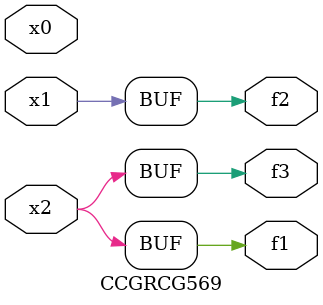
<source format=v>
module CCGRCG569(
	input x0, x1, x2,
	output f1, f2, f3
);
	assign f1 = x2;
	assign f2 = x1;
	assign f3 = x2;
endmodule

</source>
